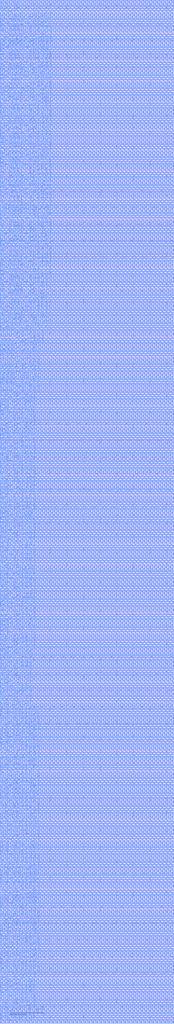
<source format=lef>
# Generated by FakeRAM 2.0
VERSION 5.7 ;
BUSBITCHARS "[]" ;
PROPERTYDEFINITIONS
  MACRO width INTEGER ;
  MACRO depth INTEGER ;
  MACRO banks INTEGER ;
END PROPERTYDEFINITIONS
MACRO fakeram45_8192x64_bottom_tier
  PROPERTY width 64 ;
  PROPERTY depth 8192 ;
  PROPERTY banks 4 ;
  FOREIGN fakeram45_8192x64_bottom_tier 0 0 ;
  SYMMETRY X Y R90 ;
  SIZE 0.19 BY 1.4 ;
  CLASS BLOCK ;
  PIN rd_out[0]
    DIRECTION OUTPUT ;
    USE SIGNAL ;
    SHAPE ABUTMENT ;
    PORT
      LAYER metal4_bottom_tier ;
      RECT 0.000 0.280 0.140 0.420 ;
    END
  END rd_out[0]
  PIN rd_out[1]
    DIRECTION OUTPUT ;
    USE SIGNAL ;
    SHAPE ABUTMENT ;
    PORT
      LAYER metal4_bottom_tier ;
      RECT 0.000 6.160 0.140 6.300 ;
    END
  END rd_out[1]
  PIN rd_out[2]
    DIRECTION OUTPUT ;
    USE SIGNAL ;
    SHAPE ABUTMENT ;
    PORT
      LAYER metal4_bottom_tier ;
      RECT 0.000 12.040 0.140 12.180 ;
    END
  END rd_out[2]
  PIN rd_out[3]
    DIRECTION OUTPUT ;
    USE SIGNAL ;
    SHAPE ABUTMENT ;
    PORT
      LAYER metal4_bottom_tier ;
      RECT 0.000 17.920 0.140 18.060 ;
    END
  END rd_out[3]
  PIN rd_out[4]
    DIRECTION OUTPUT ;
    USE SIGNAL ;
    SHAPE ABUTMENT ;
    PORT
      LAYER metal4_bottom_tier ;
      RECT 0.000 23.800 0.140 23.940 ;
    END
  END rd_out[4]
  PIN rd_out[5]
    DIRECTION OUTPUT ;
    USE SIGNAL ;
    SHAPE ABUTMENT ;
    PORT
      LAYER metal4_bottom_tier ;
      RECT 0.000 29.680 0.140 29.820 ;
    END
  END rd_out[5]
  PIN rd_out[6]
    DIRECTION OUTPUT ;
    USE SIGNAL ;
    SHAPE ABUTMENT ;
    PORT
      LAYER metal4_bottom_tier ;
      RECT 0.000 35.560 0.140 35.700 ;
    END
  END rd_out[6]
  PIN rd_out[7]
    DIRECTION OUTPUT ;
    USE SIGNAL ;
    SHAPE ABUTMENT ;
    PORT
      LAYER metal4_bottom_tier ;
      RECT 0.000 41.440 0.140 41.580 ;
    END
  END rd_out[7]
  PIN rd_out[8]
    DIRECTION OUTPUT ;
    USE SIGNAL ;
    SHAPE ABUTMENT ;
    PORT
      LAYER metal4_bottom_tier ;
      RECT 0.000 47.320 0.140 47.460 ;
    END
  END rd_out[8]
  PIN rd_out[9]
    DIRECTION OUTPUT ;
    USE SIGNAL ;
    SHAPE ABUTMENT ;
    PORT
      LAYER metal4_bottom_tier ;
      RECT 0.000 53.200 0.140 53.340 ;
    END
  END rd_out[9]
  PIN rd_out[10]
    DIRECTION OUTPUT ;
    USE SIGNAL ;
    SHAPE ABUTMENT ;
    PORT
      LAYER metal4_bottom_tier ;
      RECT 0.000 59.080 0.140 59.220 ;
    END
  END rd_out[10]
  PIN rd_out[11]
    DIRECTION OUTPUT ;
    USE SIGNAL ;
    SHAPE ABUTMENT ;
    PORT
      LAYER metal4_bottom_tier ;
      RECT 0.000 64.960 0.140 65.100 ;
    END
  END rd_out[11]
  PIN rd_out[12]
    DIRECTION OUTPUT ;
    USE SIGNAL ;
    SHAPE ABUTMENT ;
    PORT
      LAYER metal4_bottom_tier ;
      RECT 0.000 70.840 0.140 70.980 ;
    END
  END rd_out[12]
  PIN rd_out[13]
    DIRECTION OUTPUT ;
    USE SIGNAL ;
    SHAPE ABUTMENT ;
    PORT
      LAYER metal4_bottom_tier ;
      RECT 0.000 76.720 0.140 76.860 ;
    END
  END rd_out[13]
  PIN rd_out[14]
    DIRECTION OUTPUT ;
    USE SIGNAL ;
    SHAPE ABUTMENT ;
    PORT
      LAYER metal4_bottom_tier ;
      RECT 0.000 82.600 0.140 82.740 ;
    END
  END rd_out[14]
  PIN rd_out[15]
    DIRECTION OUTPUT ;
    USE SIGNAL ;
    SHAPE ABUTMENT ;
    PORT
      LAYER metal4_bottom_tier ;
      RECT 0.000 88.480 0.140 88.620 ;
    END
  END rd_out[15]
  PIN rd_out[16]
    DIRECTION OUTPUT ;
    USE SIGNAL ;
    SHAPE ABUTMENT ;
    PORT
      LAYER metal4_bottom_tier ;
      RECT 0.000 94.360 0.140 94.500 ;
    END
  END rd_out[16]
  PIN rd_out[17]
    DIRECTION OUTPUT ;
    USE SIGNAL ;
    SHAPE ABUTMENT ;
    PORT
      LAYER metal4_bottom_tier ;
      RECT 0.000 100.240 0.140 100.380 ;
    END
  END rd_out[17]
  PIN rd_out[18]
    DIRECTION OUTPUT ;
    USE SIGNAL ;
    SHAPE ABUTMENT ;
    PORT
      LAYER metal4_bottom_tier ;
      RECT 0.000 106.120 0.140 106.260 ;
    END
  END rd_out[18]
  PIN rd_out[19]
    DIRECTION OUTPUT ;
    USE SIGNAL ;
    SHAPE ABUTMENT ;
    PORT
      LAYER metal4_bottom_tier ;
      RECT 0.000 112.000 0.140 112.140 ;
    END
  END rd_out[19]
  PIN rd_out[20]
    DIRECTION OUTPUT ;
    USE SIGNAL ;
    SHAPE ABUTMENT ;
    PORT
      LAYER metal4_bottom_tier ;
      RECT 0.000 117.880 0.140 118.020 ;
    END
  END rd_out[20]
  PIN rd_out[21]
    DIRECTION OUTPUT ;
    USE SIGNAL ;
    SHAPE ABUTMENT ;
    PORT
      LAYER metal4_bottom_tier ;
      RECT 0.000 123.760 0.140 123.900 ;
    END
  END rd_out[21]
  PIN rd_out[22]
    DIRECTION OUTPUT ;
    USE SIGNAL ;
    SHAPE ABUTMENT ;
    PORT
      LAYER metal4_bottom_tier ;
      RECT 0.000 129.640 0.140 129.780 ;
    END
  END rd_out[22]
  PIN rd_out[23]
    DIRECTION OUTPUT ;
    USE SIGNAL ;
    SHAPE ABUTMENT ;
    PORT
      LAYER metal4_bottom_tier ;
      RECT 0.000 135.520 0.140 135.660 ;
    END
  END rd_out[23]
  PIN rd_out[24]
    DIRECTION OUTPUT ;
    USE SIGNAL ;
    SHAPE ABUTMENT ;
    PORT
      LAYER metal4_bottom_tier ;
      RECT 0.000 141.400 0.140 141.540 ;
    END
  END rd_out[24]
  PIN rd_out[25]
    DIRECTION OUTPUT ;
    USE SIGNAL ;
    SHAPE ABUTMENT ;
    PORT
      LAYER metal4_bottom_tier ;
      RECT 0.000 147.280 0.140 147.420 ;
    END
  END rd_out[25]
  PIN rd_out[26]
    DIRECTION OUTPUT ;
    USE SIGNAL ;
    SHAPE ABUTMENT ;
    PORT
      LAYER metal4_bottom_tier ;
      RECT 0.000 153.160 0.140 153.300 ;
    END
  END rd_out[26]
  PIN rd_out[27]
    DIRECTION OUTPUT ;
    USE SIGNAL ;
    SHAPE ABUTMENT ;
    PORT
      LAYER metal4_bottom_tier ;
      RECT 0.000 159.040 0.140 159.180 ;
    END
  END rd_out[27]
  PIN rd_out[28]
    DIRECTION OUTPUT ;
    USE SIGNAL ;
    SHAPE ABUTMENT ;
    PORT
      LAYER metal4_bottom_tier ;
      RECT 0.000 164.920 0.140 165.060 ;
    END
  END rd_out[28]
  PIN rd_out[29]
    DIRECTION OUTPUT ;
    USE SIGNAL ;
    SHAPE ABUTMENT ;
    PORT
      LAYER metal4_bottom_tier ;
      RECT 0.000 170.800 0.140 170.940 ;
    END
  END rd_out[29]
  PIN rd_out[30]
    DIRECTION OUTPUT ;
    USE SIGNAL ;
    SHAPE ABUTMENT ;
    PORT
      LAYER metal4_bottom_tier ;
      RECT 0.000 176.680 0.140 176.820 ;
    END
  END rd_out[30]
  PIN rd_out[31]
    DIRECTION OUTPUT ;
    USE SIGNAL ;
    SHAPE ABUTMENT ;
    PORT
      LAYER metal4_bottom_tier ;
      RECT 0.000 182.560 0.140 182.700 ;
    END
  END rd_out[31]
  PIN rd_out[32]
    DIRECTION OUTPUT ;
    USE SIGNAL ;
    SHAPE ABUTMENT ;
    PORT
      LAYER metal4_bottom_tier ;
      RECT 0.000 188.440 0.140 188.580 ;
    END
  END rd_out[32]
  PIN rd_out[33]
    DIRECTION OUTPUT ;
    USE SIGNAL ;
    SHAPE ABUTMENT ;
    PORT
      LAYER metal4_bottom_tier ;
      RECT 0.000 194.320 0.140 194.460 ;
    END
  END rd_out[33]
  PIN rd_out[34]
    DIRECTION OUTPUT ;
    USE SIGNAL ;
    SHAPE ABUTMENT ;
    PORT
      LAYER metal4_bottom_tier ;
      RECT 0.000 200.200 0.140 200.340 ;
    END
  END rd_out[34]
  PIN rd_out[35]
    DIRECTION OUTPUT ;
    USE SIGNAL ;
    SHAPE ABUTMENT ;
    PORT
      LAYER metal4_bottom_tier ;
      RECT 0.000 206.080 0.140 206.220 ;
    END
  END rd_out[35]
  PIN rd_out[36]
    DIRECTION OUTPUT ;
    USE SIGNAL ;
    SHAPE ABUTMENT ;
    PORT
      LAYER metal4_bottom_tier ;
      RECT 0.000 211.960 0.140 212.100 ;
    END
  END rd_out[36]
  PIN rd_out[37]
    DIRECTION OUTPUT ;
    USE SIGNAL ;
    SHAPE ABUTMENT ;
    PORT
      LAYER metal4_bottom_tier ;
      RECT 0.000 217.840 0.140 217.980 ;
    END
  END rd_out[37]
  PIN rd_out[38]
    DIRECTION OUTPUT ;
    USE SIGNAL ;
    SHAPE ABUTMENT ;
    PORT
      LAYER metal4_bottom_tier ;
      RECT 0.000 223.720 0.140 223.860 ;
    END
  END rd_out[38]
  PIN rd_out[39]
    DIRECTION OUTPUT ;
    USE SIGNAL ;
    SHAPE ABUTMENT ;
    PORT
      LAYER metal4_bottom_tier ;
      RECT 0.000 229.600 0.140 229.740 ;
    END
  END rd_out[39]
  PIN rd_out[40]
    DIRECTION OUTPUT ;
    USE SIGNAL ;
    SHAPE ABUTMENT ;
    PORT
      LAYER metal4_bottom_tier ;
      RECT 0.000 235.480 0.140 235.620 ;
    END
  END rd_out[40]
  PIN rd_out[41]
    DIRECTION OUTPUT ;
    USE SIGNAL ;
    SHAPE ABUTMENT ;
    PORT
      LAYER metal4_bottom_tier ;
      RECT 0.000 241.360 0.140 241.500 ;
    END
  END rd_out[41]
  PIN rd_out[42]
    DIRECTION OUTPUT ;
    USE SIGNAL ;
    SHAPE ABUTMENT ;
    PORT
      LAYER metal4_bottom_tier ;
      RECT 0.000 247.240 0.140 247.380 ;
    END
  END rd_out[42]
  PIN rd_out[43]
    DIRECTION OUTPUT ;
    USE SIGNAL ;
    SHAPE ABUTMENT ;
    PORT
      LAYER metal4_bottom_tier ;
      RECT 0.000 253.120 0.140 253.260 ;
    END
  END rd_out[43]
  PIN rd_out[44]
    DIRECTION OUTPUT ;
    USE SIGNAL ;
    SHAPE ABUTMENT ;
    PORT
      LAYER metal4_bottom_tier ;
      RECT 0.000 259.000 0.140 259.140 ;
    END
  END rd_out[44]
  PIN rd_out[45]
    DIRECTION OUTPUT ;
    USE SIGNAL ;
    SHAPE ABUTMENT ;
    PORT
      LAYER metal4_bottom_tier ;
      RECT 0.000 264.880 0.140 265.020 ;
    END
  END rd_out[45]
  PIN rd_out[46]
    DIRECTION OUTPUT ;
    USE SIGNAL ;
    SHAPE ABUTMENT ;
    PORT
      LAYER metal4_bottom_tier ;
      RECT 0.000 270.760 0.140 270.900 ;
    END
  END rd_out[46]
  PIN rd_out[47]
    DIRECTION OUTPUT ;
    USE SIGNAL ;
    SHAPE ABUTMENT ;
    PORT
      LAYER metal4_bottom_tier ;
      RECT 0.000 276.640 0.140 276.780 ;
    END
  END rd_out[47]
  PIN rd_out[48]
    DIRECTION OUTPUT ;
    USE SIGNAL ;
    SHAPE ABUTMENT ;
    PORT
      LAYER metal4_bottom_tier ;
      RECT 0.000 282.520 0.140 282.660 ;
    END
  END rd_out[48]
  PIN rd_out[49]
    DIRECTION OUTPUT ;
    USE SIGNAL ;
    SHAPE ABUTMENT ;
    PORT
      LAYER metal4_bottom_tier ;
      RECT 0.000 288.400 0.140 288.540 ;
    END
  END rd_out[49]
  PIN rd_out[50]
    DIRECTION OUTPUT ;
    USE SIGNAL ;
    SHAPE ABUTMENT ;
    PORT
      LAYER metal4_bottom_tier ;
      RECT 0.000 294.280 0.140 294.420 ;
    END
  END rd_out[50]
  PIN rd_out[51]
    DIRECTION OUTPUT ;
    USE SIGNAL ;
    SHAPE ABUTMENT ;
    PORT
      LAYER metal4_bottom_tier ;
      RECT 0.000 300.160 0.140 300.300 ;
    END
  END rd_out[51]
  PIN rd_out[52]
    DIRECTION OUTPUT ;
    USE SIGNAL ;
    SHAPE ABUTMENT ;
    PORT
      LAYER metal4_bottom_tier ;
      RECT 0.000 306.040 0.140 306.180 ;
    END
  END rd_out[52]
  PIN rd_out[53]
    DIRECTION OUTPUT ;
    USE SIGNAL ;
    SHAPE ABUTMENT ;
    PORT
      LAYER metal4_bottom_tier ;
      RECT 0.000 311.920 0.140 312.060 ;
    END
  END rd_out[53]
  PIN rd_out[54]
    DIRECTION OUTPUT ;
    USE SIGNAL ;
    SHAPE ABUTMENT ;
    PORT
      LAYER metal4_bottom_tier ;
      RECT 0.000 317.800 0.140 317.940 ;
    END
  END rd_out[54]
  PIN rd_out[55]
    DIRECTION OUTPUT ;
    USE SIGNAL ;
    SHAPE ABUTMENT ;
    PORT
      LAYER metal4_bottom_tier ;
      RECT 0.000 323.680 0.140 323.820 ;
    END
  END rd_out[55]
  PIN rd_out[56]
    DIRECTION OUTPUT ;
    USE SIGNAL ;
    SHAPE ABUTMENT ;
    PORT
      LAYER metal4_bottom_tier ;
      RECT 0.000 329.560 0.140 329.700 ;
    END
  END rd_out[56]
  PIN rd_out[57]
    DIRECTION OUTPUT ;
    USE SIGNAL ;
    SHAPE ABUTMENT ;
    PORT
      LAYER metal4_bottom_tier ;
      RECT 0.000 335.440 0.140 335.580 ;
    END
  END rd_out[57]
  PIN rd_out[58]
    DIRECTION OUTPUT ;
    USE SIGNAL ;
    SHAPE ABUTMENT ;
    PORT
      LAYER metal4_bottom_tier ;
      RECT 0.000 341.320 0.140 341.460 ;
    END
  END rd_out[58]
  PIN rd_out[59]
    DIRECTION OUTPUT ;
    USE SIGNAL ;
    SHAPE ABUTMENT ;
    PORT
      LAYER metal4_bottom_tier ;
      RECT 0.000 347.200 0.140 347.340 ;
    END
  END rd_out[59]
  PIN rd_out[60]
    DIRECTION OUTPUT ;
    USE SIGNAL ;
    SHAPE ABUTMENT ;
    PORT
      LAYER metal4_bottom_tier ;
      RECT 0.000 353.080 0.140 353.220 ;
    END
  END rd_out[60]
  PIN rd_out[61]
    DIRECTION OUTPUT ;
    USE SIGNAL ;
    SHAPE ABUTMENT ;
    PORT
      LAYER metal4_bottom_tier ;
      RECT 0.000 358.960 0.140 359.100 ;
    END
  END rd_out[61]
  PIN rd_out[62]
    DIRECTION OUTPUT ;
    USE SIGNAL ;
    SHAPE ABUTMENT ;
    PORT
      LAYER metal4_bottom_tier ;
      RECT 0.000 364.840 0.140 364.980 ;
    END
  END rd_out[62]
  PIN rd_out[63]
    DIRECTION OUTPUT ;
    USE SIGNAL ;
    SHAPE ABUTMENT ;
    PORT
      LAYER metal4_bottom_tier ;
      RECT 0.000 370.720 0.140 370.860 ;
    END
  END rd_out[63]
  PIN wd_in[0]
    DIRECTION INPUT ;
    USE SIGNAL ;
    SHAPE ABUTMENT ;
    PORT
      LAYER metal4_bottom_tier ;
      RECT 0.000 378.280 0.140 378.420 ;
    END
  END wd_in[0]
  PIN wd_in[1]
    DIRECTION INPUT ;
    USE SIGNAL ;
    SHAPE ABUTMENT ;
    PORT
      LAYER metal4_bottom_tier ;
      RECT 0.000 384.160 0.140 384.300 ;
    END
  END wd_in[1]
  PIN wd_in[2]
    DIRECTION INPUT ;
    USE SIGNAL ;
    SHAPE ABUTMENT ;
    PORT
      LAYER metal4_bottom_tier ;
      RECT 0.000 390.040 0.140 390.180 ;
    END
  END wd_in[2]
  PIN wd_in[3]
    DIRECTION INPUT ;
    USE SIGNAL ;
    SHAPE ABUTMENT ;
    PORT
      LAYER metal4_bottom_tier ;
      RECT 0.000 395.920 0.140 396.060 ;
    END
  END wd_in[3]
  PIN wd_in[4]
    DIRECTION INPUT ;
    USE SIGNAL ;
    SHAPE ABUTMENT ;
    PORT
      LAYER metal4_bottom_tier ;
      RECT 0.000 401.800 0.140 401.940 ;
    END
  END wd_in[4]
  PIN wd_in[5]
    DIRECTION INPUT ;
    USE SIGNAL ;
    SHAPE ABUTMENT ;
    PORT
      LAYER metal4_bottom_tier ;
      RECT 0.000 407.680 0.140 407.820 ;
    END
  END wd_in[5]
  PIN wd_in[6]
    DIRECTION INPUT ;
    USE SIGNAL ;
    SHAPE ABUTMENT ;
    PORT
      LAYER metal4_bottom_tier ;
      RECT 0.000 413.560 0.140 413.700 ;
    END
  END wd_in[6]
  PIN wd_in[7]
    DIRECTION INPUT ;
    USE SIGNAL ;
    SHAPE ABUTMENT ;
    PORT
      LAYER metal4_bottom_tier ;
      RECT 0.000 419.440 0.140 419.580 ;
    END
  END wd_in[7]
  PIN wd_in[8]
    DIRECTION INPUT ;
    USE SIGNAL ;
    SHAPE ABUTMENT ;
    PORT
      LAYER metal4_bottom_tier ;
      RECT 0.000 425.320 0.140 425.460 ;
    END
  END wd_in[8]
  PIN wd_in[9]
    DIRECTION INPUT ;
    USE SIGNAL ;
    SHAPE ABUTMENT ;
    PORT
      LAYER metal4_bottom_tier ;
      RECT 0.000 431.200 0.140 431.340 ;
    END
  END wd_in[9]
  PIN wd_in[10]
    DIRECTION INPUT ;
    USE SIGNAL ;
    SHAPE ABUTMENT ;
    PORT
      LAYER metal4_bottom_tier ;
      RECT 0.000 437.080 0.140 437.220 ;
    END
  END wd_in[10]
  PIN wd_in[11]
    DIRECTION INPUT ;
    USE SIGNAL ;
    SHAPE ABUTMENT ;
    PORT
      LAYER metal4_bottom_tier ;
      RECT 0.000 442.960 0.140 443.100 ;
    END
  END wd_in[11]
  PIN wd_in[12]
    DIRECTION INPUT ;
    USE SIGNAL ;
    SHAPE ABUTMENT ;
    PORT
      LAYER metal4_bottom_tier ;
      RECT 0.000 448.840 0.140 448.980 ;
    END
  END wd_in[12]
  PIN wd_in[13]
    DIRECTION INPUT ;
    USE SIGNAL ;
    SHAPE ABUTMENT ;
    PORT
      LAYER metal4_bottom_tier ;
      RECT 0.000 454.720 0.140 454.860 ;
    END
  END wd_in[13]
  PIN wd_in[14]
    DIRECTION INPUT ;
    USE SIGNAL ;
    SHAPE ABUTMENT ;
    PORT
      LAYER metal4_bottom_tier ;
      RECT 0.000 460.600 0.140 460.740 ;
    END
  END wd_in[14]
  PIN wd_in[15]
    DIRECTION INPUT ;
    USE SIGNAL ;
    SHAPE ABUTMENT ;
    PORT
      LAYER metal4_bottom_tier ;
      RECT 0.000 466.480 0.140 466.620 ;
    END
  END wd_in[15]
  PIN wd_in[16]
    DIRECTION INPUT ;
    USE SIGNAL ;
    SHAPE ABUTMENT ;
    PORT
      LAYER metal4_bottom_tier ;
      RECT 0.000 472.360 0.140 472.500 ;
    END
  END wd_in[16]
  PIN wd_in[17]
    DIRECTION INPUT ;
    USE SIGNAL ;
    SHAPE ABUTMENT ;
    PORT
      LAYER metal4_bottom_tier ;
      RECT 0.000 478.240 0.140 478.380 ;
    END
  END wd_in[17]
  PIN wd_in[18]
    DIRECTION INPUT ;
    USE SIGNAL ;
    SHAPE ABUTMENT ;
    PORT
      LAYER metal4_bottom_tier ;
      RECT 0.000 484.120 0.140 484.260 ;
    END
  END wd_in[18]
  PIN wd_in[19]
    DIRECTION INPUT ;
    USE SIGNAL ;
    SHAPE ABUTMENT ;
    PORT
      LAYER metal4_bottom_tier ;
      RECT 0.000 490.000 0.140 490.140 ;
    END
  END wd_in[19]
  PIN wd_in[20]
    DIRECTION INPUT ;
    USE SIGNAL ;
    SHAPE ABUTMENT ;
    PORT
      LAYER metal4_bottom_tier ;
      RECT 0.000 495.880 0.140 496.020 ;
    END
  END wd_in[20]
  PIN wd_in[21]
    DIRECTION INPUT ;
    USE SIGNAL ;
    SHAPE ABUTMENT ;
    PORT
      LAYER metal4_bottom_tier ;
      RECT 0.000 501.760 0.140 501.900 ;
    END
  END wd_in[21]
  PIN wd_in[22]
    DIRECTION INPUT ;
    USE SIGNAL ;
    SHAPE ABUTMENT ;
    PORT
      LAYER metal4_bottom_tier ;
      RECT 0.000 507.640 0.140 507.780 ;
    END
  END wd_in[22]
  PIN wd_in[23]
    DIRECTION INPUT ;
    USE SIGNAL ;
    SHAPE ABUTMENT ;
    PORT
      LAYER metal4_bottom_tier ;
      RECT 0.000 513.520 0.140 513.660 ;
    END
  END wd_in[23]
  PIN wd_in[24]
    DIRECTION INPUT ;
    USE SIGNAL ;
    SHAPE ABUTMENT ;
    PORT
      LAYER metal4_bottom_tier ;
      RECT 0.000 519.400 0.140 519.540 ;
    END
  END wd_in[24]
  PIN wd_in[25]
    DIRECTION INPUT ;
    USE SIGNAL ;
    SHAPE ABUTMENT ;
    PORT
      LAYER metal4_bottom_tier ;
      RECT 0.000 525.280 0.140 525.420 ;
    END
  END wd_in[25]
  PIN wd_in[26]
    DIRECTION INPUT ;
    USE SIGNAL ;
    SHAPE ABUTMENT ;
    PORT
      LAYER metal4_bottom_tier ;
      RECT 0.000 531.160 0.140 531.300 ;
    END
  END wd_in[26]
  PIN wd_in[27]
    DIRECTION INPUT ;
    USE SIGNAL ;
    SHAPE ABUTMENT ;
    PORT
      LAYER metal4_bottom_tier ;
      RECT 0.000 537.040 0.140 537.180 ;
    END
  END wd_in[27]
  PIN wd_in[28]
    DIRECTION INPUT ;
    USE SIGNAL ;
    SHAPE ABUTMENT ;
    PORT
      LAYER metal4_bottom_tier ;
      RECT 0.000 542.920 0.140 543.060 ;
    END
  END wd_in[28]
  PIN wd_in[29]
    DIRECTION INPUT ;
    USE SIGNAL ;
    SHAPE ABUTMENT ;
    PORT
      LAYER metal4_bottom_tier ;
      RECT 0.000 548.800 0.140 548.940 ;
    END
  END wd_in[29]
  PIN wd_in[30]
    DIRECTION INPUT ;
    USE SIGNAL ;
    SHAPE ABUTMENT ;
    PORT
      LAYER metal4_bottom_tier ;
      RECT 0.000 554.680 0.140 554.820 ;
    END
  END wd_in[30]
  PIN wd_in[31]
    DIRECTION INPUT ;
    USE SIGNAL ;
    SHAPE ABUTMENT ;
    PORT
      LAYER metal4_bottom_tier ;
      RECT 0.000 560.560 0.140 560.700 ;
    END
  END wd_in[31]
  PIN wd_in[32]
    DIRECTION INPUT ;
    USE SIGNAL ;
    SHAPE ABUTMENT ;
    PORT
      LAYER metal4_bottom_tier ;
      RECT 0.000 566.440 0.140 566.580 ;
    END
  END wd_in[32]
  PIN wd_in[33]
    DIRECTION INPUT ;
    USE SIGNAL ;
    SHAPE ABUTMENT ;
    PORT
      LAYER metal4_bottom_tier ;
      RECT 0.000 572.320 0.140 572.460 ;
    END
  END wd_in[33]
  PIN wd_in[34]
    DIRECTION INPUT ;
    USE SIGNAL ;
    SHAPE ABUTMENT ;
    PORT
      LAYER metal4_bottom_tier ;
      RECT 0.000 578.200 0.140 578.340 ;
    END
  END wd_in[34]
  PIN wd_in[35]
    DIRECTION INPUT ;
    USE SIGNAL ;
    SHAPE ABUTMENT ;
    PORT
      LAYER metal4_bottom_tier ;
      RECT 0.000 584.080 0.140 584.220 ;
    END
  END wd_in[35]
  PIN wd_in[36]
    DIRECTION INPUT ;
    USE SIGNAL ;
    SHAPE ABUTMENT ;
    PORT
      LAYER metal4_bottom_tier ;
      RECT 0.000 589.960 0.140 590.100 ;
    END
  END wd_in[36]
  PIN wd_in[37]
    DIRECTION INPUT ;
    USE SIGNAL ;
    SHAPE ABUTMENT ;
    PORT
      LAYER metal4_bottom_tier ;
      RECT 0.000 595.840 0.140 595.980 ;
    END
  END wd_in[37]
  PIN wd_in[38]
    DIRECTION INPUT ;
    USE SIGNAL ;
    SHAPE ABUTMENT ;
    PORT
      LAYER metal4_bottom_tier ;
      RECT 0.000 601.720 0.140 601.860 ;
    END
  END wd_in[38]
  PIN wd_in[39]
    DIRECTION INPUT ;
    USE SIGNAL ;
    SHAPE ABUTMENT ;
    PORT
      LAYER metal4_bottom_tier ;
      RECT 0.000 607.600 0.140 607.740 ;
    END
  END wd_in[39]
  PIN wd_in[40]
    DIRECTION INPUT ;
    USE SIGNAL ;
    SHAPE ABUTMENT ;
    PORT
      LAYER metal4_bottom_tier ;
      RECT 0.000 613.480 0.140 613.620 ;
    END
  END wd_in[40]
  PIN wd_in[41]
    DIRECTION INPUT ;
    USE SIGNAL ;
    SHAPE ABUTMENT ;
    PORT
      LAYER metal4_bottom_tier ;
      RECT 0.000 619.360 0.140 619.500 ;
    END
  END wd_in[41]
  PIN wd_in[42]
    DIRECTION INPUT ;
    USE SIGNAL ;
    SHAPE ABUTMENT ;
    PORT
      LAYER metal4_bottom_tier ;
      RECT 0.000 625.240 0.140 625.380 ;
    END
  END wd_in[42]
  PIN wd_in[43]
    DIRECTION INPUT ;
    USE SIGNAL ;
    SHAPE ABUTMENT ;
    PORT
      LAYER metal4_bottom_tier ;
      RECT 0.000 631.120 0.140 631.260 ;
    END
  END wd_in[43]
  PIN wd_in[44]
    DIRECTION INPUT ;
    USE SIGNAL ;
    SHAPE ABUTMENT ;
    PORT
      LAYER metal4_bottom_tier ;
      RECT 0.000 637.000 0.140 637.140 ;
    END
  END wd_in[44]
  PIN wd_in[45]
    DIRECTION INPUT ;
    USE SIGNAL ;
    SHAPE ABUTMENT ;
    PORT
      LAYER metal4_bottom_tier ;
      RECT 0.000 642.880 0.140 643.020 ;
    END
  END wd_in[45]
  PIN wd_in[46]
    DIRECTION INPUT ;
    USE SIGNAL ;
    SHAPE ABUTMENT ;
    PORT
      LAYER metal4_bottom_tier ;
      RECT 0.000 648.760 0.140 648.900 ;
    END
  END wd_in[46]
  PIN wd_in[47]
    DIRECTION INPUT ;
    USE SIGNAL ;
    SHAPE ABUTMENT ;
    PORT
      LAYER metal4_bottom_tier ;
      RECT 0.000 654.640 0.140 654.780 ;
    END
  END wd_in[47]
  PIN wd_in[48]
    DIRECTION INPUT ;
    USE SIGNAL ;
    SHAPE ABUTMENT ;
    PORT
      LAYER metal4_bottom_tier ;
      RECT 0.000 660.520 0.140 660.660 ;
    END
  END wd_in[48]
  PIN wd_in[49]
    DIRECTION INPUT ;
    USE SIGNAL ;
    SHAPE ABUTMENT ;
    PORT
      LAYER metal4_bottom_tier ;
      RECT 0.000 666.400 0.140 666.540 ;
    END
  END wd_in[49]
  PIN wd_in[50]
    DIRECTION INPUT ;
    USE SIGNAL ;
    SHAPE ABUTMENT ;
    PORT
      LAYER metal4_bottom_tier ;
      RECT 0.000 672.280 0.140 672.420 ;
    END
  END wd_in[50]
  PIN wd_in[51]
    DIRECTION INPUT ;
    USE SIGNAL ;
    SHAPE ABUTMENT ;
    PORT
      LAYER metal4_bottom_tier ;
      RECT 0.000 678.160 0.140 678.300 ;
    END
  END wd_in[51]
  PIN wd_in[52]
    DIRECTION INPUT ;
    USE SIGNAL ;
    SHAPE ABUTMENT ;
    PORT
      LAYER metal4_bottom_tier ;
      RECT 0.000 684.040 0.140 684.180 ;
    END
  END wd_in[52]
  PIN wd_in[53]
    DIRECTION INPUT ;
    USE SIGNAL ;
    SHAPE ABUTMENT ;
    PORT
      LAYER metal4_bottom_tier ;
      RECT 0.000 689.920 0.140 690.060 ;
    END
  END wd_in[53]
  PIN wd_in[54]
    DIRECTION INPUT ;
    USE SIGNAL ;
    SHAPE ABUTMENT ;
    PORT
      LAYER metal4_bottom_tier ;
      RECT 0.000 695.800 0.140 695.940 ;
    END
  END wd_in[54]
  PIN wd_in[55]
    DIRECTION INPUT ;
    USE SIGNAL ;
    SHAPE ABUTMENT ;
    PORT
      LAYER metal4_bottom_tier ;
      RECT 0.000 701.680 0.140 701.820 ;
    END
  END wd_in[55]
  PIN wd_in[56]
    DIRECTION INPUT ;
    USE SIGNAL ;
    SHAPE ABUTMENT ;
    PORT
      LAYER metal4_bottom_tier ;
      RECT 0.000 707.560 0.140 707.700 ;
    END
  END wd_in[56]
  PIN wd_in[57]
    DIRECTION INPUT ;
    USE SIGNAL ;
    SHAPE ABUTMENT ;
    PORT
      LAYER metal4_bottom_tier ;
      RECT 0.000 713.440 0.140 713.580 ;
    END
  END wd_in[57]
  PIN wd_in[58]
    DIRECTION INPUT ;
    USE SIGNAL ;
    SHAPE ABUTMENT ;
    PORT
      LAYER metal4_bottom_tier ;
      RECT 0.000 719.320 0.140 719.460 ;
    END
  END wd_in[58]
  PIN wd_in[59]
    DIRECTION INPUT ;
    USE SIGNAL ;
    SHAPE ABUTMENT ;
    PORT
      LAYER metal4_bottom_tier ;
      RECT 0.000 725.200 0.140 725.340 ;
    END
  END wd_in[59]
  PIN wd_in[60]
    DIRECTION INPUT ;
    USE SIGNAL ;
    SHAPE ABUTMENT ;
    PORT
      LAYER metal4_bottom_tier ;
      RECT 0.000 731.080 0.140 731.220 ;
    END
  END wd_in[60]
  PIN wd_in[61]
    DIRECTION INPUT ;
    USE SIGNAL ;
    SHAPE ABUTMENT ;
    PORT
      LAYER metal4_bottom_tier ;
      RECT 0.000 736.960 0.140 737.100 ;
    END
  END wd_in[61]
  PIN wd_in[62]
    DIRECTION INPUT ;
    USE SIGNAL ;
    SHAPE ABUTMENT ;
    PORT
      LAYER metal4_bottom_tier ;
      RECT 0.000 742.840 0.140 742.980 ;
    END
  END wd_in[62]
  PIN wd_in[63]
    DIRECTION INPUT ;
    USE SIGNAL ;
    SHAPE ABUTMENT ;
    PORT
      LAYER metal4_bottom_tier ;
      RECT 0.000 748.720 0.140 748.860 ;
    END
  END wd_in[63]
  PIN addr_in[0]
    DIRECTION INPUT ;
    USE SIGNAL ;
    SHAPE ABUTMENT ;
    PORT
      LAYER metal4_bottom_tier ;
      RECT 0.000 756.280 0.140 756.420 ;
    END
  END addr_in[0]
  PIN addr_in[1]
    DIRECTION INPUT ;
    USE SIGNAL ;
    SHAPE ABUTMENT ;
    PORT
      LAYER metal4_bottom_tier ;
      RECT 0.000 762.160 0.140 762.300 ;
    END
  END addr_in[1]
  PIN addr_in[2]
    DIRECTION INPUT ;
    USE SIGNAL ;
    SHAPE ABUTMENT ;
    PORT
      LAYER metal4_bottom_tier ;
      RECT 0.000 768.040 0.140 768.180 ;
    END
  END addr_in[2]
  PIN addr_in[3]
    DIRECTION INPUT ;
    USE SIGNAL ;
    SHAPE ABUTMENT ;
    PORT
      LAYER metal4_bottom_tier ;
      RECT 0.000 773.920 0.140 774.060 ;
    END
  END addr_in[3]
  PIN addr_in[4]
    DIRECTION INPUT ;
    USE SIGNAL ;
    SHAPE ABUTMENT ;
    PORT
      LAYER metal4_bottom_tier ;
      RECT 0.000 779.800 0.140 779.940 ;
    END
  END addr_in[4]
  PIN addr_in[5]
    DIRECTION INPUT ;
    USE SIGNAL ;
    SHAPE ABUTMENT ;
    PORT
      LAYER metal4_bottom_tier ;
      RECT 0.000 785.680 0.140 785.820 ;
    END
  END addr_in[5]
  PIN addr_in[6]
    DIRECTION INPUT ;
    USE SIGNAL ;
    SHAPE ABUTMENT ;
    PORT
      LAYER metal4_bottom_tier ;
      RECT 0.000 791.560 0.140 791.700 ;
    END
  END addr_in[6]
  PIN addr_in[7]
    DIRECTION INPUT ;
    USE SIGNAL ;
    SHAPE ABUTMENT ;
    PORT
      LAYER metal4_bottom_tier ;
      RECT 0.000 797.440 0.140 797.580 ;
    END
  END addr_in[7]
  PIN addr_in[8]
    DIRECTION INPUT ;
    USE SIGNAL ;
    SHAPE ABUTMENT ;
    PORT
      LAYER metal4_bottom_tier ;
      RECT 0.000 803.320 0.140 803.460 ;
    END
  END addr_in[8]
  PIN addr_in[9]
    DIRECTION INPUT ;
    USE SIGNAL ;
    SHAPE ABUTMENT ;
    PORT
      LAYER metal4_bottom_tier ;
      RECT 0.000 809.200 0.140 809.340 ;
    END
  END addr_in[9]
  PIN addr_in[10]
    DIRECTION INPUT ;
    USE SIGNAL ;
    SHAPE ABUTMENT ;
    PORT
      LAYER metal4_bottom_tier ;
      RECT 0.000 815.080 0.140 815.220 ;
    END
  END addr_in[10]
  PIN addr_in[11]
    DIRECTION INPUT ;
    USE SIGNAL ;
    SHAPE ABUTMENT ;
    PORT
      LAYER metal4_bottom_tier ;
      RECT 0.000 820.960 0.140 821.100 ;
    END
  END addr_in[11]
  PIN addr_in[12]
    DIRECTION INPUT ;
    USE SIGNAL ;
    SHAPE ABUTMENT ;
    PORT
      LAYER metal4_bottom_tier ;
      RECT 0.000 826.840 0.140 826.980 ;
    END
  END addr_in[12]
  PIN w_mask_in[0]
    DIRECTION OUTPUT ;
    USE SIGNAL ;
    SHAPE ABUTMENT ;
    PORT
      LAYER metal4_bottom_tier ;
      RECT 0.000 834.400 0.140 834.540 ;
    END
  END w_mask_in[0]
  PIN w_mask_in[1]
    DIRECTION OUTPUT ;
    USE SIGNAL ;
    SHAPE ABUTMENT ;
    PORT
      LAYER metal4_bottom_tier ;
      RECT 0.000 840.280 0.140 840.420 ;
    END
  END w_mask_in[1]
  PIN w_mask_in[2]
    DIRECTION OUTPUT ;
    USE SIGNAL ;
    SHAPE ABUTMENT ;
    PORT
      LAYER metal4_bottom_tier ;
      RECT 0.000 846.160 0.140 846.300 ;
    END
  END w_mask_in[2]
  PIN w_mask_in[3]
    DIRECTION OUTPUT ;
    USE SIGNAL ;
    SHAPE ABUTMENT ;
    PORT
      LAYER metal4_bottom_tier ;
      RECT 0.000 852.040 0.140 852.180 ;
    END
  END w_mask_in[3]
  PIN w_mask_in[4]
    DIRECTION OUTPUT ;
    USE SIGNAL ;
    SHAPE ABUTMENT ;
    PORT
      LAYER metal4_bottom_tier ;
      RECT 0.000 857.920 0.140 858.060 ;
    END
  END w_mask_in[4]
  PIN w_mask_in[5]
    DIRECTION OUTPUT ;
    USE SIGNAL ;
    SHAPE ABUTMENT ;
    PORT
      LAYER metal4_bottom_tier ;
      RECT 0.000 863.800 0.140 863.940 ;
    END
  END w_mask_in[5]
  PIN w_mask_in[6]
    DIRECTION OUTPUT ;
    USE SIGNAL ;
    SHAPE ABUTMENT ;
    PORT
      LAYER metal4_bottom_tier ;
      RECT 0.000 869.680 0.140 869.820 ;
    END
  END w_mask_in[6]
  PIN w_mask_in[7]
    DIRECTION OUTPUT ;
    USE SIGNAL ;
    SHAPE ABUTMENT ;
    PORT
      LAYER metal4_bottom_tier ;
      RECT 0.000 875.560 0.140 875.700 ;
    END
  END w_mask_in[7]
  PIN w_mask_in[8]
    DIRECTION OUTPUT ;
    USE SIGNAL ;
    SHAPE ABUTMENT ;
    PORT
      LAYER metal4_bottom_tier ;
      RECT 0.000 881.440 0.140 881.580 ;
    END
  END w_mask_in[8]
  PIN w_mask_in[9]
    DIRECTION OUTPUT ;
    USE SIGNAL ;
    SHAPE ABUTMENT ;
    PORT
      LAYER metal4_bottom_tier ;
      RECT 0.000 887.320 0.140 887.460 ;
    END
  END w_mask_in[9]
  PIN w_mask_in[10]
    DIRECTION OUTPUT ;
    USE SIGNAL ;
    SHAPE ABUTMENT ;
    PORT
      LAYER metal4_bottom_tier ;
      RECT 0.000 893.200 0.140 893.340 ;
    END
  END w_mask_in[10]
  PIN w_mask_in[11]
    DIRECTION OUTPUT ;
    USE SIGNAL ;
    SHAPE ABUTMENT ;
    PORT
      LAYER metal4_bottom_tier ;
      RECT 0.000 899.080 0.140 899.220 ;
    END
  END w_mask_in[11]
  PIN w_mask_in[12]
    DIRECTION OUTPUT ;
    USE SIGNAL ;
    SHAPE ABUTMENT ;
    PORT
      LAYER metal4_bottom_tier ;
      RECT 0.000 904.960 0.140 905.100 ;
    END
  END w_mask_in[12]
  PIN w_mask_in[13]
    DIRECTION OUTPUT ;
    USE SIGNAL ;
    SHAPE ABUTMENT ;
    PORT
      LAYER metal4_bottom_tier ;
      RECT 0.000 910.840 0.140 910.980 ;
    END
  END w_mask_in[13]
  PIN w_mask_in[14]
    DIRECTION OUTPUT ;
    USE SIGNAL ;
    SHAPE ABUTMENT ;
    PORT
      LAYER metal4_bottom_tier ;
      RECT 0.000 916.720 0.140 916.860 ;
    END
  END w_mask_in[14]
  PIN w_mask_in[15]
    DIRECTION OUTPUT ;
    USE SIGNAL ;
    SHAPE ABUTMENT ;
    PORT
      LAYER metal4_bottom_tier ;
      RECT 0.000 922.600 0.140 922.740 ;
    END
  END w_mask_in[15]
  PIN w_mask_in[16]
    DIRECTION OUTPUT ;
    USE SIGNAL ;
    SHAPE ABUTMENT ;
    PORT
      LAYER metal4_bottom_tier ;
      RECT 0.000 928.480 0.140 928.620 ;
    END
  END w_mask_in[16]
  PIN w_mask_in[17]
    DIRECTION OUTPUT ;
    USE SIGNAL ;
    SHAPE ABUTMENT ;
    PORT
      LAYER metal4_bottom_tier ;
      RECT 0.000 934.360 0.140 934.500 ;
    END
  END w_mask_in[17]
  PIN w_mask_in[18]
    DIRECTION OUTPUT ;
    USE SIGNAL ;
    SHAPE ABUTMENT ;
    PORT
      LAYER metal4_bottom_tier ;
      RECT 0.000 940.240 0.140 940.380 ;
    END
  END w_mask_in[18]
  PIN w_mask_in[19]
    DIRECTION OUTPUT ;
    USE SIGNAL ;
    SHAPE ABUTMENT ;
    PORT
      LAYER metal4_bottom_tier ;
      RECT 0.000 946.120 0.140 946.260 ;
    END
  END w_mask_in[19]
  PIN w_mask_in[20]
    DIRECTION OUTPUT ;
    USE SIGNAL ;
    SHAPE ABUTMENT ;
    PORT
      LAYER metal4_bottom_tier ;
      RECT 0.000 952.000 0.140 952.140 ;
    END
  END w_mask_in[20]
  PIN w_mask_in[21]
    DIRECTION OUTPUT ;
    USE SIGNAL ;
    SHAPE ABUTMENT ;
    PORT
      LAYER metal4_bottom_tier ;
      RECT 0.000 957.880 0.140 958.020 ;
    END
  END w_mask_in[21]
  PIN w_mask_in[22]
    DIRECTION OUTPUT ;
    USE SIGNAL ;
    SHAPE ABUTMENT ;
    PORT
      LAYER metal4_bottom_tier ;
      RECT 0.000 963.760 0.140 963.900 ;
    END
  END w_mask_in[22]
  PIN w_mask_in[23]
    DIRECTION OUTPUT ;
    USE SIGNAL ;
    SHAPE ABUTMENT ;
    PORT
      LAYER metal4_bottom_tier ;
      RECT 0.000 969.640 0.140 969.780 ;
    END
  END w_mask_in[23]
  PIN w_mask_in[24]
    DIRECTION OUTPUT ;
    USE SIGNAL ;
    SHAPE ABUTMENT ;
    PORT
      LAYER metal4_bottom_tier ;
      RECT 0.000 975.520 0.140 975.660 ;
    END
  END w_mask_in[24]
  PIN w_mask_in[25]
    DIRECTION OUTPUT ;
    USE SIGNAL ;
    SHAPE ABUTMENT ;
    PORT
      LAYER metal4_bottom_tier ;
      RECT 0.000 981.400 0.140 981.540 ;
    END
  END w_mask_in[25]
  PIN w_mask_in[26]
    DIRECTION OUTPUT ;
    USE SIGNAL ;
    SHAPE ABUTMENT ;
    PORT
      LAYER metal4_bottom_tier ;
      RECT 0.000 987.280 0.140 987.420 ;
    END
  END w_mask_in[26]
  PIN w_mask_in[27]
    DIRECTION OUTPUT ;
    USE SIGNAL ;
    SHAPE ABUTMENT ;
    PORT
      LAYER metal4_bottom_tier ;
      RECT 0.000 993.160 0.140 993.300 ;
    END
  END w_mask_in[27]
  PIN w_mask_in[28]
    DIRECTION OUTPUT ;
    USE SIGNAL ;
    SHAPE ABUTMENT ;
    PORT
      LAYER metal4_bottom_tier ;
      RECT 0.000 999.040 0.140 999.180 ;
    END
  END w_mask_in[28]
  PIN w_mask_in[29]
    DIRECTION OUTPUT ;
    USE SIGNAL ;
    SHAPE ABUTMENT ;
    PORT
      LAYER metal4_bottom_tier ;
      RECT 0.000 1004.920 0.140 1005.060 ;
    END
  END w_mask_in[29]
  PIN w_mask_in[30]
    DIRECTION OUTPUT ;
    USE SIGNAL ;
    SHAPE ABUTMENT ;
    PORT
      LAYER metal4_bottom_tier ;
      RECT 0.000 1010.800 0.140 1010.940 ;
    END
  END w_mask_in[30]
  PIN w_mask_in[31]
    DIRECTION OUTPUT ;
    USE SIGNAL ;
    SHAPE ABUTMENT ;
    PORT
      LAYER metal4_bottom_tier ;
      RECT 0.000 1016.680 0.140 1016.820 ;
    END
  END w_mask_in[31]
  PIN w_mask_in[32]
    DIRECTION OUTPUT ;
    USE SIGNAL ;
    SHAPE ABUTMENT ;
    PORT
      LAYER metal4_bottom_tier ;
      RECT 0.000 1022.560 0.140 1022.700 ;
    END
  END w_mask_in[32]
  PIN w_mask_in[33]
    DIRECTION OUTPUT ;
    USE SIGNAL ;
    SHAPE ABUTMENT ;
    PORT
      LAYER metal4_bottom_tier ;
      RECT 0.000 1028.440 0.140 1028.580 ;
    END
  END w_mask_in[33]
  PIN w_mask_in[34]
    DIRECTION OUTPUT ;
    USE SIGNAL ;
    SHAPE ABUTMENT ;
    PORT
      LAYER metal4_bottom_tier ;
      RECT 0.000 1034.320 0.140 1034.460 ;
    END
  END w_mask_in[34]
  PIN w_mask_in[35]
    DIRECTION OUTPUT ;
    USE SIGNAL ;
    SHAPE ABUTMENT ;
    PORT
      LAYER metal4_bottom_tier ;
      RECT 0.000 1040.200 0.140 1040.340 ;
    END
  END w_mask_in[35]
  PIN w_mask_in[36]
    DIRECTION OUTPUT ;
    USE SIGNAL ;
    SHAPE ABUTMENT ;
    PORT
      LAYER metal4_bottom_tier ;
      RECT 0.000 1046.080 0.140 1046.220 ;
    END
  END w_mask_in[36]
  PIN w_mask_in[37]
    DIRECTION OUTPUT ;
    USE SIGNAL ;
    SHAPE ABUTMENT ;
    PORT
      LAYER metal4_bottom_tier ;
      RECT 0.000 1051.960 0.140 1052.100 ;
    END
  END w_mask_in[37]
  PIN w_mask_in[38]
    DIRECTION OUTPUT ;
    USE SIGNAL ;
    SHAPE ABUTMENT ;
    PORT
      LAYER metal4_bottom_tier ;
      RECT 0.000 1057.840 0.140 1057.980 ;
    END
  END w_mask_in[38]
  PIN w_mask_in[39]
    DIRECTION OUTPUT ;
    USE SIGNAL ;
    SHAPE ABUTMENT ;
    PORT
      LAYER metal4_bottom_tier ;
      RECT 0.000 1063.720 0.140 1063.860 ;
    END
  END w_mask_in[39]
  PIN w_mask_in[40]
    DIRECTION OUTPUT ;
    USE SIGNAL ;
    SHAPE ABUTMENT ;
    PORT
      LAYER metal4_bottom_tier ;
      RECT 0.000 1069.600 0.140 1069.740 ;
    END
  END w_mask_in[40]
  PIN w_mask_in[41]
    DIRECTION OUTPUT ;
    USE SIGNAL ;
    SHAPE ABUTMENT ;
    PORT
      LAYER metal4_bottom_tier ;
      RECT 0.000 1075.480 0.140 1075.620 ;
    END
  END w_mask_in[41]
  PIN w_mask_in[42]
    DIRECTION OUTPUT ;
    USE SIGNAL ;
    SHAPE ABUTMENT ;
    PORT
      LAYER metal4_bottom_tier ;
      RECT 0.000 1081.360 0.140 1081.500 ;
    END
  END w_mask_in[42]
  PIN w_mask_in[43]
    DIRECTION OUTPUT ;
    USE SIGNAL ;
    SHAPE ABUTMENT ;
    PORT
      LAYER metal4_bottom_tier ;
      RECT 0.000 1087.240 0.140 1087.380 ;
    END
  END w_mask_in[43]
  PIN w_mask_in[44]
    DIRECTION OUTPUT ;
    USE SIGNAL ;
    SHAPE ABUTMENT ;
    PORT
      LAYER metal4_bottom_tier ;
      RECT 0.000 1093.120 0.140 1093.260 ;
    END
  END w_mask_in[44]
  PIN w_mask_in[45]
    DIRECTION OUTPUT ;
    USE SIGNAL ;
    SHAPE ABUTMENT ;
    PORT
      LAYER metal4_bottom_tier ;
      RECT 0.000 1099.000 0.140 1099.140 ;
    END
  END w_mask_in[45]
  PIN w_mask_in[46]
    DIRECTION OUTPUT ;
    USE SIGNAL ;
    SHAPE ABUTMENT ;
    PORT
      LAYER metal4_bottom_tier ;
      RECT 0.000 1104.880 0.140 1105.020 ;
    END
  END w_mask_in[46]
  PIN w_mask_in[47]
    DIRECTION OUTPUT ;
    USE SIGNAL ;
    SHAPE ABUTMENT ;
    PORT
      LAYER metal4_bottom_tier ;
      RECT 0.000 1110.760 0.140 1110.900 ;
    END
  END w_mask_in[47]
  PIN w_mask_in[48]
    DIRECTION OUTPUT ;
    USE SIGNAL ;
    SHAPE ABUTMENT ;
    PORT
      LAYER metal4_bottom_tier ;
      RECT 0.000 1116.640 0.140 1116.780 ;
    END
  END w_mask_in[48]
  PIN w_mask_in[49]
    DIRECTION OUTPUT ;
    USE SIGNAL ;
    SHAPE ABUTMENT ;
    PORT
      LAYER metal4_bottom_tier ;
      RECT 0.000 1122.520 0.140 1122.660 ;
    END
  END w_mask_in[49]
  PIN w_mask_in[50]
    DIRECTION OUTPUT ;
    USE SIGNAL ;
    SHAPE ABUTMENT ;
    PORT
      LAYER metal4_bottom_tier ;
      RECT 0.000 1128.400 0.140 1128.540 ;
    END
  END w_mask_in[50]
  PIN w_mask_in[51]
    DIRECTION OUTPUT ;
    USE SIGNAL ;
    SHAPE ABUTMENT ;
    PORT
      LAYER metal4_bottom_tier ;
      RECT 0.000 1134.280 0.140 1134.420 ;
    END
  END w_mask_in[51]
  PIN w_mask_in[52]
    DIRECTION OUTPUT ;
    USE SIGNAL ;
    SHAPE ABUTMENT ;
    PORT
      LAYER metal4_bottom_tier ;
      RECT 0.000 1140.160 0.140 1140.300 ;
    END
  END w_mask_in[52]
  PIN w_mask_in[53]
    DIRECTION OUTPUT ;
    USE SIGNAL ;
    SHAPE ABUTMENT ;
    PORT
      LAYER metal4_bottom_tier ;
      RECT 0.000 1146.040 0.140 1146.180 ;
    END
  END w_mask_in[53]
  PIN w_mask_in[54]
    DIRECTION OUTPUT ;
    USE SIGNAL ;
    SHAPE ABUTMENT ;
    PORT
      LAYER metal4_bottom_tier ;
      RECT 0.000 1151.920 0.140 1152.060 ;
    END
  END w_mask_in[54]
  PIN w_mask_in[55]
    DIRECTION OUTPUT ;
    USE SIGNAL ;
    SHAPE ABUTMENT ;
    PORT
      LAYER metal4_bottom_tier ;
      RECT 0.000 1157.800 0.140 1157.940 ;
    END
  END w_mask_in[55]
  PIN w_mask_in[56]
    DIRECTION OUTPUT ;
    USE SIGNAL ;
    SHAPE ABUTMENT ;
    PORT
      LAYER metal4_bottom_tier ;
      RECT 0.000 1163.680 0.140 1163.820 ;
    END
  END w_mask_in[56]
  PIN w_mask_in[57]
    DIRECTION OUTPUT ;
    USE SIGNAL ;
    SHAPE ABUTMENT ;
    PORT
      LAYER metal4_bottom_tier ;
      RECT 0.000 1169.560 0.140 1169.700 ;
    END
  END w_mask_in[57]
  PIN w_mask_in[58]
    DIRECTION OUTPUT ;
    USE SIGNAL ;
    SHAPE ABUTMENT ;
    PORT
      LAYER metal4_bottom_tier ;
      RECT 0.000 1175.440 0.140 1175.580 ;
    END
  END w_mask_in[58]
  PIN w_mask_in[59]
    DIRECTION OUTPUT ;
    USE SIGNAL ;
    SHAPE ABUTMENT ;
    PORT
      LAYER metal4_bottom_tier ;
      RECT 0.000 1181.320 0.140 1181.460 ;
    END
  END w_mask_in[59]
  PIN w_mask_in[60]
    DIRECTION OUTPUT ;
    USE SIGNAL ;
    SHAPE ABUTMENT ;
    PORT
      LAYER metal4_bottom_tier ;
      RECT 0.000 1187.200 0.140 1187.340 ;
    END
  END w_mask_in[60]
  PIN w_mask_in[61]
    DIRECTION OUTPUT ;
    USE SIGNAL ;
    SHAPE ABUTMENT ;
    PORT
      LAYER metal4_bottom_tier ;
      RECT 0.000 1193.080 0.140 1193.220 ;
    END
  END w_mask_in[61]
  PIN w_mask_in[62]
    DIRECTION OUTPUT ;
    USE SIGNAL ;
    SHAPE ABUTMENT ;
    PORT
      LAYER metal4_bottom_tier ;
      RECT 0.000 1198.960 0.140 1199.100 ;
    END
  END w_mask_in[62]
  PIN w_mask_in[63]
    DIRECTION OUTPUT ;
    USE SIGNAL ;
    SHAPE ABUTMENT ;
    PORT
      LAYER metal4_bottom_tier ;
      RECT 0.000 1204.840 0.140 1204.980 ;
    END
  END w_mask_in[63]
  PIN we_in
    DIRECTION INPUT ;
    USE SIGNAL ;
    SHAPE ABUTMENT ;
    PORT
      LAYER metal4_bottom_tier ;
      RECT 0.000 1212.400 0.140 1212.540 ;
    END
  END we_in
  PIN ce_in
    DIRECTION INPUT ;
    USE SIGNAL ;
    SHAPE ABUTMENT ;
    PORT
      LAYER metal4_bottom_tier ;
      RECT 0.000 1218.280 0.140 1218.420 ;
    END
  END ce_in
  PIN clk
    DIRECTION INPUT ;
    USE SIGNAL ;
    SHAPE ABUTMENT ;
    PORT
      LAYER metal4_bottom_tier ;
      RECT 0.000 1224.160 0.140 1224.300 ;
    END
  END clk
  PIN VSS
    DIRECTION INOUT ;
    USE GROUND ;
    PORT
      LAYER metal4_bottom_tier ;
      RECT 0.280 0.000 208.720 0.560 ;
      RECT 0.280 4.480 208.720 5.040 ;
      RECT 0.280 8.960 208.720 9.520 ;
      RECT 0.280 13.440 208.720 14.000 ;
      RECT 0.280 17.920 208.720 18.480 ;
      RECT 0.280 22.400 208.720 22.960 ;
      RECT 0.280 26.880 208.720 27.440 ;
      RECT 0.280 31.360 208.720 31.920 ;
      RECT 0.280 35.840 208.720 36.400 ;
      RECT 0.280 40.320 208.720 40.880 ;
      RECT 0.280 44.800 208.720 45.360 ;
      RECT 0.280 49.280 208.720 49.840 ;
      RECT 0.280 53.760 208.720 54.320 ;
      RECT 0.280 58.240 208.720 58.800 ;
      RECT 0.280 62.720 208.720 63.280 ;
      RECT 0.280 67.200 208.720 67.760 ;
      RECT 0.280 71.680 208.720 72.240 ;
      RECT 0.280 76.160 208.720 76.720 ;
      RECT 0.280 80.640 208.720 81.200 ;
      RECT 0.280 85.120 208.720 85.680 ;
      RECT 0.280 89.600 208.720 90.160 ;
      RECT 0.280 94.080 208.720 94.640 ;
      RECT 0.280 98.560 208.720 99.120 ;
      RECT 0.280 103.040 208.720 103.600 ;
      RECT 0.280 107.520 208.720 108.080 ;
      RECT 0.280 112.000 208.720 112.560 ;
      RECT 0.280 116.480 208.720 117.040 ;
      RECT 0.280 120.960 208.720 121.520 ;
      RECT 0.280 125.440 208.720 126.000 ;
      RECT 0.280 129.920 208.720 130.480 ;
      RECT 0.280 134.400 208.720 134.960 ;
      RECT 0.280 138.880 208.720 139.440 ;
      RECT 0.280 143.360 208.720 143.920 ;
      RECT 0.280 147.840 208.720 148.400 ;
      RECT 0.280 152.320 208.720 152.880 ;
      RECT 0.280 156.800 208.720 157.360 ;
      RECT 0.280 161.280 208.720 161.840 ;
      RECT 0.280 165.760 208.720 166.320 ;
      RECT 0.280 170.240 208.720 170.800 ;
      RECT 0.280 174.720 208.720 175.280 ;
      RECT 0.280 179.200 208.720 179.760 ;
      RECT 0.280 183.680 208.720 184.240 ;
      RECT 0.280 188.160 208.720 188.720 ;
      RECT 0.280 192.640 208.720 193.200 ;
      RECT 0.280 197.120 208.720 197.680 ;
      RECT 0.280 201.600 208.720 202.160 ;
      RECT 0.280 206.080 208.720 206.640 ;
      RECT 0.280 210.560 208.720 211.120 ;
      RECT 0.280 215.040 208.720 215.600 ;
      RECT 0.280 219.520 208.720 220.080 ;
      RECT 0.280 224.000 208.720 224.560 ;
      RECT 0.280 228.480 208.720 229.040 ;
      RECT 0.280 232.960 208.720 233.520 ;
      RECT 0.280 237.440 208.720 238.000 ;
      RECT 0.280 241.920 208.720 242.480 ;
      RECT 0.280 246.400 208.720 246.960 ;
      RECT 0.280 250.880 208.720 251.440 ;
      RECT 0.280 255.360 208.720 255.920 ;
      RECT 0.280 259.840 208.720 260.400 ;
      RECT 0.280 264.320 208.720 264.880 ;
      RECT 0.280 268.800 208.720 269.360 ;
      RECT 0.280 273.280 208.720 273.840 ;
      RECT 0.280 277.760 208.720 278.320 ;
      RECT 0.280 282.240 208.720 282.800 ;
      RECT 0.280 286.720 208.720 287.280 ;
      RECT 0.280 291.200 208.720 291.760 ;
      RECT 0.280 295.680 208.720 296.240 ;
      RECT 0.280 300.160 208.720 300.720 ;
      RECT 0.280 304.640 208.720 305.200 ;
      RECT 0.280 309.120 208.720 309.680 ;
      RECT 0.280 313.600 208.720 314.160 ;
      RECT 0.280 318.080 208.720 318.640 ;
      RECT 0.280 322.560 208.720 323.120 ;
      RECT 0.280 327.040 208.720 327.600 ;
      RECT 0.280 331.520 208.720 332.080 ;
      RECT 0.280 336.000 208.720 336.560 ;
      RECT 0.280 340.480 208.720 341.040 ;
      RECT 0.280 344.960 208.720 345.520 ;
      RECT 0.280 349.440 208.720 350.000 ;
      RECT 0.280 353.920 208.720 354.480 ;
      RECT 0.280 358.400 208.720 358.960 ;
      RECT 0.280 362.880 208.720 363.440 ;
      RECT 0.280 367.360 208.720 367.920 ;
      RECT 0.280 371.840 208.720 372.400 ;
      RECT 0.280 376.320 208.720 376.880 ;
      RECT 0.280 380.800 208.720 381.360 ;
      RECT 0.280 385.280 208.720 385.840 ;
      RECT 0.280 389.760 208.720 390.320 ;
      RECT 0.280 394.240 208.720 394.800 ;
      RECT 0.280 398.720 208.720 399.280 ;
      RECT 0.280 403.200 208.720 403.760 ;
      RECT 0.280 407.680 208.720 408.240 ;
      RECT 0.280 412.160 208.720 412.720 ;
      RECT 0.280 416.640 208.720 417.200 ;
      RECT 0.280 421.120 208.720 421.680 ;
      RECT 0.280 425.600 208.720 426.160 ;
      RECT 0.280 430.080 208.720 430.640 ;
      RECT 0.280 434.560 208.720 435.120 ;
      RECT 0.280 439.040 208.720 439.600 ;
      RECT 0.280 443.520 208.720 444.080 ;
      RECT 0.280 448.000 208.720 448.560 ;
      RECT 0.280 452.480 208.720 453.040 ;
      RECT 0.280 456.960 208.720 457.520 ;
      RECT 0.280 461.440 208.720 462.000 ;
      RECT 0.280 465.920 208.720 466.480 ;
      RECT 0.280 470.400 208.720 470.960 ;
      RECT 0.280 474.880 208.720 475.440 ;
      RECT 0.280 479.360 208.720 479.920 ;
      RECT 0.280 483.840 208.720 484.400 ;
      RECT 0.280 488.320 208.720 488.880 ;
      RECT 0.280 492.800 208.720 493.360 ;
      RECT 0.280 497.280 208.720 497.840 ;
      RECT 0.280 501.760 208.720 502.320 ;
      RECT 0.280 506.240 208.720 506.800 ;
      RECT 0.280 510.720 208.720 511.280 ;
      RECT 0.280 515.200 208.720 515.760 ;
      RECT 0.280 519.680 208.720 520.240 ;
      RECT 0.280 524.160 208.720 524.720 ;
      RECT 0.280 528.640 208.720 529.200 ;
      RECT 0.280 533.120 208.720 533.680 ;
      RECT 0.280 537.600 208.720 538.160 ;
      RECT 0.280 542.080 208.720 542.640 ;
      RECT 0.280 546.560 208.720 547.120 ;
      RECT 0.280 551.040 208.720 551.600 ;
      RECT 0.280 555.520 208.720 556.080 ;
      RECT 0.280 560.000 208.720 560.560 ;
      RECT 0.280 564.480 208.720 565.040 ;
      RECT 0.280 568.960 208.720 569.520 ;
      RECT 0.280 573.440 208.720 574.000 ;
      RECT 0.280 577.920 208.720 578.480 ;
      RECT 0.280 582.400 208.720 582.960 ;
      RECT 0.280 586.880 208.720 587.440 ;
      RECT 0.280 591.360 208.720 591.920 ;
      RECT 0.280 595.840 208.720 596.400 ;
      RECT 0.280 600.320 208.720 600.880 ;
      RECT 0.280 604.800 208.720 605.360 ;
      RECT 0.280 609.280 208.720 609.840 ;
      RECT 0.280 613.760 208.720 614.320 ;
      RECT 0.280 618.240 208.720 618.800 ;
      RECT 0.280 622.720 208.720 623.280 ;
      RECT 0.280 627.200 208.720 627.760 ;
      RECT 0.280 631.680 208.720 632.240 ;
      RECT 0.280 636.160 208.720 636.720 ;
      RECT 0.280 640.640 208.720 641.200 ;
      RECT 0.280 645.120 208.720 645.680 ;
      RECT 0.280 649.600 208.720 650.160 ;
      RECT 0.280 654.080 208.720 654.640 ;
      RECT 0.280 658.560 208.720 659.120 ;
      RECT 0.280 663.040 208.720 663.600 ;
      RECT 0.280 667.520 208.720 668.080 ;
      RECT 0.280 672.000 208.720 672.560 ;
      RECT 0.280 676.480 208.720 677.040 ;
      RECT 0.280 680.960 208.720 681.520 ;
      RECT 0.280 685.440 208.720 686.000 ;
      RECT 0.280 689.920 208.720 690.480 ;
      RECT 0.280 694.400 208.720 694.960 ;
      RECT 0.280 698.880 208.720 699.440 ;
      RECT 0.280 703.360 208.720 703.920 ;
      RECT 0.280 707.840 208.720 708.400 ;
      RECT 0.280 712.320 208.720 712.880 ;
      RECT 0.280 716.800 208.720 717.360 ;
      RECT 0.280 721.280 208.720 721.840 ;
      RECT 0.280 725.760 208.720 726.320 ;
      RECT 0.280 730.240 208.720 730.800 ;
      RECT 0.280 734.720 208.720 735.280 ;
      RECT 0.280 739.200 208.720 739.760 ;
      RECT 0.280 743.680 208.720 744.240 ;
      RECT 0.280 748.160 208.720 748.720 ;
      RECT 0.280 752.640 208.720 753.200 ;
      RECT 0.280 757.120 208.720 757.680 ;
      RECT 0.280 761.600 208.720 762.160 ;
      RECT 0.280 766.080 208.720 766.640 ;
      RECT 0.280 770.560 208.720 771.120 ;
      RECT 0.280 775.040 208.720 775.600 ;
      RECT 0.280 779.520 208.720 780.080 ;
      RECT 0.280 784.000 208.720 784.560 ;
      RECT 0.280 788.480 208.720 789.040 ;
      RECT 0.280 792.960 208.720 793.520 ;
      RECT 0.280 797.440 208.720 798.000 ;
      RECT 0.280 801.920 208.720 802.480 ;
      RECT 0.280 806.400 208.720 806.960 ;
      RECT 0.280 810.880 208.720 811.440 ;
      RECT 0.280 815.360 208.720 815.920 ;
      RECT 0.280 819.840 208.720 820.400 ;
      RECT 0.280 824.320 208.720 824.880 ;
      RECT 0.280 828.800 208.720 829.360 ;
      RECT 0.280 833.280 208.720 833.840 ;
      RECT 0.280 837.760 208.720 838.320 ;
      RECT 0.280 842.240 208.720 842.800 ;
      RECT 0.280 846.720 208.720 847.280 ;
      RECT 0.280 851.200 208.720 851.760 ;
      RECT 0.280 855.680 208.720 856.240 ;
      RECT 0.280 860.160 208.720 860.720 ;
      RECT 0.280 864.640 208.720 865.200 ;
      RECT 0.280 869.120 208.720 869.680 ;
      RECT 0.280 873.600 208.720 874.160 ;
      RECT 0.280 878.080 208.720 878.640 ;
      RECT 0.280 882.560 208.720 883.120 ;
      RECT 0.280 887.040 208.720 887.600 ;
      RECT 0.280 891.520 208.720 892.080 ;
      RECT 0.280 896.000 208.720 896.560 ;
      RECT 0.280 900.480 208.720 901.040 ;
      RECT 0.280 904.960 208.720 905.520 ;
      RECT 0.280 909.440 208.720 910.000 ;
      RECT 0.280 913.920 208.720 914.480 ;
      RECT 0.280 918.400 208.720 918.960 ;
      RECT 0.280 922.880 208.720 923.440 ;
      RECT 0.280 927.360 208.720 927.920 ;
      RECT 0.280 931.840 208.720 932.400 ;
      RECT 0.280 936.320 208.720 936.880 ;
      RECT 0.280 940.800 208.720 941.360 ;
      RECT 0.280 945.280 208.720 945.840 ;
      RECT 0.280 949.760 208.720 950.320 ;
      RECT 0.280 954.240 208.720 954.800 ;
      RECT 0.280 958.720 208.720 959.280 ;
      RECT 0.280 963.200 208.720 963.760 ;
      RECT 0.280 967.680 208.720 968.240 ;
      RECT 0.280 972.160 208.720 972.720 ;
      RECT 0.280 976.640 208.720 977.200 ;
      RECT 0.280 981.120 208.720 981.680 ;
      RECT 0.280 985.600 208.720 986.160 ;
      RECT 0.280 990.080 208.720 990.640 ;
      RECT 0.280 994.560 208.720 995.120 ;
      RECT 0.280 999.040 208.720 999.600 ;
      RECT 0.280 1003.520 208.720 1004.080 ;
      RECT 0.280 1008.000 208.720 1008.560 ;
      RECT 0.280 1012.480 208.720 1013.040 ;
      RECT 0.280 1016.960 208.720 1017.520 ;
      RECT 0.280 1021.440 208.720 1022.000 ;
      RECT 0.280 1025.920 208.720 1026.480 ;
      RECT 0.280 1030.400 208.720 1030.960 ;
      RECT 0.280 1034.880 208.720 1035.440 ;
      RECT 0.280 1039.360 208.720 1039.920 ;
      RECT 0.280 1043.840 208.720 1044.400 ;
      RECT 0.280 1048.320 208.720 1048.880 ;
      RECT 0.280 1052.800 208.720 1053.360 ;
      RECT 0.280 1057.280 208.720 1057.840 ;
      RECT 0.280 1061.760 208.720 1062.320 ;
      RECT 0.280 1066.240 208.720 1066.800 ;
      RECT 0.280 1070.720 208.720 1071.280 ;
      RECT 0.280 1075.200 208.720 1075.760 ;
      RECT 0.280 1079.680 208.720 1080.240 ;
      RECT 0.280 1084.160 208.720 1084.720 ;
      RECT 0.280 1088.640 208.720 1089.200 ;
      RECT 0.280 1093.120 208.720 1093.680 ;
      RECT 0.280 1097.600 208.720 1098.160 ;
      RECT 0.280 1102.080 208.720 1102.640 ;
      RECT 0.280 1106.560 208.720 1107.120 ;
      RECT 0.280 1111.040 208.720 1111.600 ;
      RECT 0.280 1115.520 208.720 1116.080 ;
      RECT 0.280 1120.000 208.720 1120.560 ;
      RECT 0.280 1124.480 208.720 1125.040 ;
      RECT 0.280 1128.960 208.720 1129.520 ;
      RECT 0.280 1133.440 208.720 1134.000 ;
      RECT 0.280 1137.920 208.720 1138.480 ;
      RECT 0.280 1142.400 208.720 1142.960 ;
      RECT 0.280 1146.880 208.720 1147.440 ;
      RECT 0.280 1151.360 208.720 1151.920 ;
      RECT 0.280 1155.840 208.720 1156.400 ;
      RECT 0.280 1160.320 208.720 1160.880 ;
      RECT 0.280 1164.800 208.720 1165.360 ;
      RECT 0.280 1169.280 208.720 1169.840 ;
      RECT 0.280 1173.760 208.720 1174.320 ;
      RECT 0.280 1178.240 208.720 1178.800 ;
      RECT 0.280 1182.720 208.720 1183.280 ;
      RECT 0.280 1187.200 208.720 1187.760 ;
      RECT 0.280 1191.680 208.720 1192.240 ;
      RECT 0.280 1196.160 208.720 1196.720 ;
      RECT 0.280 1200.640 208.720 1201.200 ;
      RECT 0.280 1205.120 208.720 1205.680 ;
      RECT 0.280 1209.600 208.720 1210.160 ;
      RECT 0.280 1214.080 208.720 1214.640 ;
      RECT 0.280 1218.560 208.720 1219.120 ;
      RECT 0.280 1223.040 208.720 1223.600 ;
      RECT 0.280 1227.520 208.720 1228.080 ;
    END
  END VSS
  PIN VDD
    DIRECTION INOUT ;
    USE POWER ;
    PORT
      LAYER metal4_bottom_tier ;
      RECT 0.280 2.240 208.720 2.800 ;
      RECT 0.280 6.720 208.720 7.280 ;
      RECT 0.280 11.200 208.720 11.760 ;
      RECT 0.280 15.680 208.720 16.240 ;
      RECT 0.280 20.160 208.720 20.720 ;
      RECT 0.280 24.640 208.720 25.200 ;
      RECT 0.280 29.120 208.720 29.680 ;
      RECT 0.280 33.600 208.720 34.160 ;
      RECT 0.280 38.080 208.720 38.640 ;
      RECT 0.280 42.560 208.720 43.120 ;
      RECT 0.280 47.040 208.720 47.600 ;
      RECT 0.280 51.520 208.720 52.080 ;
      RECT 0.280 56.000 208.720 56.560 ;
      RECT 0.280 60.480 208.720 61.040 ;
      RECT 0.280 64.960 208.720 65.520 ;
      RECT 0.280 69.440 208.720 70.000 ;
      RECT 0.280 73.920 208.720 74.480 ;
      RECT 0.280 78.400 208.720 78.960 ;
      RECT 0.280 82.880 208.720 83.440 ;
      RECT 0.280 87.360 208.720 87.920 ;
      RECT 0.280 91.840 208.720 92.400 ;
      RECT 0.280 96.320 208.720 96.880 ;
      RECT 0.280 100.800 208.720 101.360 ;
      RECT 0.280 105.280 208.720 105.840 ;
      RECT 0.280 109.760 208.720 110.320 ;
      RECT 0.280 114.240 208.720 114.800 ;
      RECT 0.280 118.720 208.720 119.280 ;
      RECT 0.280 123.200 208.720 123.760 ;
      RECT 0.280 127.680 208.720 128.240 ;
      RECT 0.280 132.160 208.720 132.720 ;
      RECT 0.280 136.640 208.720 137.200 ;
      RECT 0.280 141.120 208.720 141.680 ;
      RECT 0.280 145.600 208.720 146.160 ;
      RECT 0.280 150.080 208.720 150.640 ;
      RECT 0.280 154.560 208.720 155.120 ;
      RECT 0.280 159.040 208.720 159.600 ;
      RECT 0.280 163.520 208.720 164.080 ;
      RECT 0.280 168.000 208.720 168.560 ;
      RECT 0.280 172.480 208.720 173.040 ;
      RECT 0.280 176.960 208.720 177.520 ;
      RECT 0.280 181.440 208.720 182.000 ;
      RECT 0.280 185.920 208.720 186.480 ;
      RECT 0.280 190.400 208.720 190.960 ;
      RECT 0.280 194.880 208.720 195.440 ;
      RECT 0.280 199.360 208.720 199.920 ;
      RECT 0.280 203.840 208.720 204.400 ;
      RECT 0.280 208.320 208.720 208.880 ;
      RECT 0.280 212.800 208.720 213.360 ;
      RECT 0.280 217.280 208.720 217.840 ;
      RECT 0.280 221.760 208.720 222.320 ;
      RECT 0.280 226.240 208.720 226.800 ;
      RECT 0.280 230.720 208.720 231.280 ;
      RECT 0.280 235.200 208.720 235.760 ;
      RECT 0.280 239.680 208.720 240.240 ;
      RECT 0.280 244.160 208.720 244.720 ;
      RECT 0.280 248.640 208.720 249.200 ;
      RECT 0.280 253.120 208.720 253.680 ;
      RECT 0.280 257.600 208.720 258.160 ;
      RECT 0.280 262.080 208.720 262.640 ;
      RECT 0.280 266.560 208.720 267.120 ;
      RECT 0.280 271.040 208.720 271.600 ;
      RECT 0.280 275.520 208.720 276.080 ;
      RECT 0.280 280.000 208.720 280.560 ;
      RECT 0.280 284.480 208.720 285.040 ;
      RECT 0.280 288.960 208.720 289.520 ;
      RECT 0.280 293.440 208.720 294.000 ;
      RECT 0.280 297.920 208.720 298.480 ;
      RECT 0.280 302.400 208.720 302.960 ;
      RECT 0.280 306.880 208.720 307.440 ;
      RECT 0.280 311.360 208.720 311.920 ;
      RECT 0.280 315.840 208.720 316.400 ;
      RECT 0.280 320.320 208.720 320.880 ;
      RECT 0.280 324.800 208.720 325.360 ;
      RECT 0.280 329.280 208.720 329.840 ;
      RECT 0.280 333.760 208.720 334.320 ;
      RECT 0.280 338.240 208.720 338.800 ;
      RECT 0.280 342.720 208.720 343.280 ;
      RECT 0.280 347.200 208.720 347.760 ;
      RECT 0.280 351.680 208.720 352.240 ;
      RECT 0.280 356.160 208.720 356.720 ;
      RECT 0.280 360.640 208.720 361.200 ;
      RECT 0.280 365.120 208.720 365.680 ;
      RECT 0.280 369.600 208.720 370.160 ;
      RECT 0.280 374.080 208.720 374.640 ;
      RECT 0.280 378.560 208.720 379.120 ;
      RECT 0.280 383.040 208.720 383.600 ;
      RECT 0.280 387.520 208.720 388.080 ;
      RECT 0.280 392.000 208.720 392.560 ;
      RECT 0.280 396.480 208.720 397.040 ;
      RECT 0.280 400.960 208.720 401.520 ;
      RECT 0.280 405.440 208.720 406.000 ;
      RECT 0.280 409.920 208.720 410.480 ;
      RECT 0.280 414.400 208.720 414.960 ;
      RECT 0.280 418.880 208.720 419.440 ;
      RECT 0.280 423.360 208.720 423.920 ;
      RECT 0.280 427.840 208.720 428.400 ;
      RECT 0.280 432.320 208.720 432.880 ;
      RECT 0.280 436.800 208.720 437.360 ;
      RECT 0.280 441.280 208.720 441.840 ;
      RECT 0.280 445.760 208.720 446.320 ;
      RECT 0.280 450.240 208.720 450.800 ;
      RECT 0.280 454.720 208.720 455.280 ;
      RECT 0.280 459.200 208.720 459.760 ;
      RECT 0.280 463.680 208.720 464.240 ;
      RECT 0.280 468.160 208.720 468.720 ;
      RECT 0.280 472.640 208.720 473.200 ;
      RECT 0.280 477.120 208.720 477.680 ;
      RECT 0.280 481.600 208.720 482.160 ;
      RECT 0.280 486.080 208.720 486.640 ;
      RECT 0.280 490.560 208.720 491.120 ;
      RECT 0.280 495.040 208.720 495.600 ;
      RECT 0.280 499.520 208.720 500.080 ;
      RECT 0.280 504.000 208.720 504.560 ;
      RECT 0.280 508.480 208.720 509.040 ;
      RECT 0.280 512.960 208.720 513.520 ;
      RECT 0.280 517.440 208.720 518.000 ;
      RECT 0.280 521.920 208.720 522.480 ;
      RECT 0.280 526.400 208.720 526.960 ;
      RECT 0.280 530.880 208.720 531.440 ;
      RECT 0.280 535.360 208.720 535.920 ;
      RECT 0.280 539.840 208.720 540.400 ;
      RECT 0.280 544.320 208.720 544.880 ;
      RECT 0.280 548.800 208.720 549.360 ;
      RECT 0.280 553.280 208.720 553.840 ;
      RECT 0.280 557.760 208.720 558.320 ;
      RECT 0.280 562.240 208.720 562.800 ;
      RECT 0.280 566.720 208.720 567.280 ;
      RECT 0.280 571.200 208.720 571.760 ;
      RECT 0.280 575.680 208.720 576.240 ;
      RECT 0.280 580.160 208.720 580.720 ;
      RECT 0.280 584.640 208.720 585.200 ;
      RECT 0.280 589.120 208.720 589.680 ;
      RECT 0.280 593.600 208.720 594.160 ;
      RECT 0.280 598.080 208.720 598.640 ;
      RECT 0.280 602.560 208.720 603.120 ;
      RECT 0.280 607.040 208.720 607.600 ;
      RECT 0.280 611.520 208.720 612.080 ;
      RECT 0.280 616.000 208.720 616.560 ;
      RECT 0.280 620.480 208.720 621.040 ;
      RECT 0.280 624.960 208.720 625.520 ;
      RECT 0.280 629.440 208.720 630.000 ;
      RECT 0.280 633.920 208.720 634.480 ;
      RECT 0.280 638.400 208.720 638.960 ;
      RECT 0.280 642.880 208.720 643.440 ;
      RECT 0.280 647.360 208.720 647.920 ;
      RECT 0.280 651.840 208.720 652.400 ;
      RECT 0.280 656.320 208.720 656.880 ;
      RECT 0.280 660.800 208.720 661.360 ;
      RECT 0.280 665.280 208.720 665.840 ;
      RECT 0.280 669.760 208.720 670.320 ;
      RECT 0.280 674.240 208.720 674.800 ;
      RECT 0.280 678.720 208.720 679.280 ;
      RECT 0.280 683.200 208.720 683.760 ;
      RECT 0.280 687.680 208.720 688.240 ;
      RECT 0.280 692.160 208.720 692.720 ;
      RECT 0.280 696.640 208.720 697.200 ;
      RECT 0.280 701.120 208.720 701.680 ;
      RECT 0.280 705.600 208.720 706.160 ;
      RECT 0.280 710.080 208.720 710.640 ;
      RECT 0.280 714.560 208.720 715.120 ;
      RECT 0.280 719.040 208.720 719.600 ;
      RECT 0.280 723.520 208.720 724.080 ;
      RECT 0.280 728.000 208.720 728.560 ;
      RECT 0.280 732.480 208.720 733.040 ;
      RECT 0.280 736.960 208.720 737.520 ;
      RECT 0.280 741.440 208.720 742.000 ;
      RECT 0.280 745.920 208.720 746.480 ;
      RECT 0.280 750.400 208.720 750.960 ;
      RECT 0.280 754.880 208.720 755.440 ;
      RECT 0.280 759.360 208.720 759.920 ;
      RECT 0.280 763.840 208.720 764.400 ;
      RECT 0.280 768.320 208.720 768.880 ;
      RECT 0.280 772.800 208.720 773.360 ;
      RECT 0.280 777.280 208.720 777.840 ;
      RECT 0.280 781.760 208.720 782.320 ;
      RECT 0.280 786.240 208.720 786.800 ;
      RECT 0.280 790.720 208.720 791.280 ;
      RECT 0.280 795.200 208.720 795.760 ;
      RECT 0.280 799.680 208.720 800.240 ;
      RECT 0.280 804.160 208.720 804.720 ;
      RECT 0.280 808.640 208.720 809.200 ;
      RECT 0.280 813.120 208.720 813.680 ;
      RECT 0.280 817.600 208.720 818.160 ;
      RECT 0.280 822.080 208.720 822.640 ;
      RECT 0.280 826.560 208.720 827.120 ;
      RECT 0.280 831.040 208.720 831.600 ;
      RECT 0.280 835.520 208.720 836.080 ;
      RECT 0.280 840.000 208.720 840.560 ;
      RECT 0.280 844.480 208.720 845.040 ;
      RECT 0.280 848.960 208.720 849.520 ;
      RECT 0.280 853.440 208.720 854.000 ;
      RECT 0.280 857.920 208.720 858.480 ;
      RECT 0.280 862.400 208.720 862.960 ;
      RECT 0.280 866.880 208.720 867.440 ;
      RECT 0.280 871.360 208.720 871.920 ;
      RECT 0.280 875.840 208.720 876.400 ;
      RECT 0.280 880.320 208.720 880.880 ;
      RECT 0.280 884.800 208.720 885.360 ;
      RECT 0.280 889.280 208.720 889.840 ;
      RECT 0.280 893.760 208.720 894.320 ;
      RECT 0.280 898.240 208.720 898.800 ;
      RECT 0.280 902.720 208.720 903.280 ;
      RECT 0.280 907.200 208.720 907.760 ;
      RECT 0.280 911.680 208.720 912.240 ;
      RECT 0.280 916.160 208.720 916.720 ;
      RECT 0.280 920.640 208.720 921.200 ;
      RECT 0.280 925.120 208.720 925.680 ;
      RECT 0.280 929.600 208.720 930.160 ;
      RECT 0.280 934.080 208.720 934.640 ;
      RECT 0.280 938.560 208.720 939.120 ;
      RECT 0.280 943.040 208.720 943.600 ;
      RECT 0.280 947.520 208.720 948.080 ;
      RECT 0.280 952.000 208.720 952.560 ;
      RECT 0.280 956.480 208.720 957.040 ;
      RECT 0.280 960.960 208.720 961.520 ;
      RECT 0.280 965.440 208.720 966.000 ;
      RECT 0.280 969.920 208.720 970.480 ;
      RECT 0.280 974.400 208.720 974.960 ;
      RECT 0.280 978.880 208.720 979.440 ;
      RECT 0.280 983.360 208.720 983.920 ;
      RECT 0.280 987.840 208.720 988.400 ;
      RECT 0.280 992.320 208.720 992.880 ;
      RECT 0.280 996.800 208.720 997.360 ;
      RECT 0.280 1001.280 208.720 1001.840 ;
      RECT 0.280 1005.760 208.720 1006.320 ;
      RECT 0.280 1010.240 208.720 1010.800 ;
      RECT 0.280 1014.720 208.720 1015.280 ;
      RECT 0.280 1019.200 208.720 1019.760 ;
      RECT 0.280 1023.680 208.720 1024.240 ;
      RECT 0.280 1028.160 208.720 1028.720 ;
      RECT 0.280 1032.640 208.720 1033.200 ;
      RECT 0.280 1037.120 208.720 1037.680 ;
      RECT 0.280 1041.600 208.720 1042.160 ;
      RECT 0.280 1046.080 208.720 1046.640 ;
      RECT 0.280 1050.560 208.720 1051.120 ;
      RECT 0.280 1055.040 208.720 1055.600 ;
      RECT 0.280 1059.520 208.720 1060.080 ;
      RECT 0.280 1064.000 208.720 1064.560 ;
      RECT 0.280 1068.480 208.720 1069.040 ;
      RECT 0.280 1072.960 208.720 1073.520 ;
      RECT 0.280 1077.440 208.720 1078.000 ;
      RECT 0.280 1081.920 208.720 1082.480 ;
      RECT 0.280 1086.400 208.720 1086.960 ;
      RECT 0.280 1090.880 208.720 1091.440 ;
      RECT 0.280 1095.360 208.720 1095.920 ;
      RECT 0.280 1099.840 208.720 1100.400 ;
      RECT 0.280 1104.320 208.720 1104.880 ;
      RECT 0.280 1108.800 208.720 1109.360 ;
      RECT 0.280 1113.280 208.720 1113.840 ;
      RECT 0.280 1117.760 208.720 1118.320 ;
      RECT 0.280 1122.240 208.720 1122.800 ;
      RECT 0.280 1126.720 208.720 1127.280 ;
      RECT 0.280 1131.200 208.720 1131.760 ;
      RECT 0.280 1135.680 208.720 1136.240 ;
      RECT 0.280 1140.160 208.720 1140.720 ;
      RECT 0.280 1144.640 208.720 1145.200 ;
      RECT 0.280 1149.120 208.720 1149.680 ;
      RECT 0.280 1153.600 208.720 1154.160 ;
      RECT 0.280 1158.080 208.720 1158.640 ;
      RECT 0.280 1162.560 208.720 1163.120 ;
      RECT 0.280 1167.040 208.720 1167.600 ;
      RECT 0.280 1171.520 208.720 1172.080 ;
      RECT 0.280 1176.000 208.720 1176.560 ;
      RECT 0.280 1180.480 208.720 1181.040 ;
      RECT 0.280 1184.960 208.720 1185.520 ;
      RECT 0.280 1189.440 208.720 1190.000 ;
      RECT 0.280 1193.920 208.720 1194.480 ;
      RECT 0.280 1198.400 208.720 1198.960 ;
      RECT 0.280 1202.880 208.720 1203.440 ;
      RECT 0.280 1207.360 208.720 1207.920 ;
      RECT 0.280 1211.840 208.720 1212.400 ;
      RECT 0.280 1216.320 208.720 1216.880 ;
      RECT 0.280 1220.800 208.720 1221.360 ;
      RECT 0.280 1225.280 208.720 1225.840 ;
    END
  END VDD
  OBS
    LAYER metal1_bottom_tier ;
    RECT 0 0 209.000 1229.200 ;
    LAYER metal2_bottom_tier ;
    RECT 0 0 209.000 1229.200 ;
    LAYER metal3_bottom_tier ;
    RECT 0 0 209.000 1229.200 ;
    LAYER metal4_bottom_tier ;
    RECT 0 0 209.000 1229.200 ;
  END
END fakeram45_8192x64_bottom_tier

END LIBRARY

</source>
